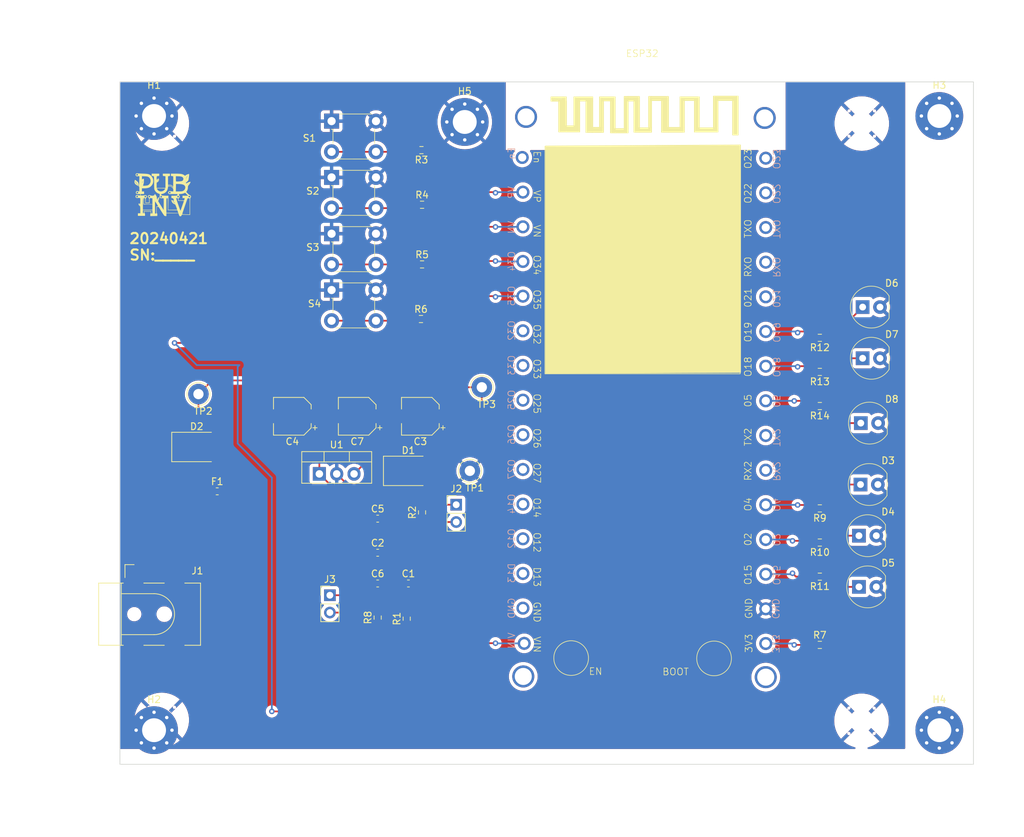
<source format=kicad_pcb>
(kicad_pcb (version 20221018) (generator pcbnew)
  (title_block (title "Esp32-6leds-4switches-2pj-circuit") (date "2024-04-14") (rev "V2") (company "Public Invention Supervision") (comment 1 "Coordinator: Robert Read") (comment 2 "Mentor: Forest Lee Ereckson") (comment 3 "Done by: Nagham Kheir"))
  (layers (0 "F.Cu" signal) (31 "B.Cu" signal) (34 "B.Paste" user) (35 "F.Paste" user) (36 "B.SilkS" user "B.Silkscreen") (37 "F.SilkS" user "F.Silkscreen") (38 "B.Mask" user) (39 "F.Mask" user) (44 "Edge.Cuts" user))
  (net 0 "")
  (net 1 "GND")
  (net 2 "Vin")
  (net 3 "+5V")
  (net 4 "Net-(D1-A)")
  (net 5 "Net-(D2-A)")
  (net 6 "Net-(D3-Pad1)")
  (net 7 "Net-(D4-Pad1)")
  (net 8 "Net-(D5-Pad1)")
  (net 9 "Net-(D6-Pad1)")
  (net 10 "Net-(D7-Pad1)")
  (net 11 "Net-(D8-Pad1)")
  (net 12 "ControllerVcc")
  (net 13 "VBus")
  (net 16 "Net-(F1-Pad2)")
  (net 17 "Net-(ESP1-O4)")
  (net 18 "Net-(ESP1-O2)")
  (net 19 "Net-(ESP1-O15)")
  (net 20 "Net-(ESP1-O19)")
  (net 21 "Net-(ESP1-O18)")
  (net 22 "Net-(ESP1-O5)")
  (net 23 "Net-(ESP1-VP)")
  (net 24 "+3.3V")
  (net 25 "Net-(ESP1-VN)")
  (net 26 "Net-(ESP1-O34)")
  (net 27 "Net-(ESP1-O35)")
  (net 28 "Net-(ESP1-3V3)")
  (footprint "Resistor_SMD:R_0603_1608Metric_Pad0.98x0.95mm_HandSolder" (layer "F.Cu") (at 152.5 97.5 180)
    (fp_text reference "R14")
    (fp_text value "R")
  )
  (footprint "PubInv_KiCad_PCB:LED_5mm_Radial" (layer "F.Cu") (at 161.31 83)
    (fp_text reference "D6")
    (fp_text value "LED_T1.75_CLEAR_RED")
  )
  (footprint "Resistor_SMD:R_0603_1608Metric_Pad0.98x0.95mm_HandSolder" (layer "F.Cu") (at 94.25 113.0875 90)
    (fp_text reference "R2")
    (fp_text value "R")
  )
  (footprint "PubInv_KiCad_PCB:Switch_Tactile_THT_6x6mm" (layer "F.Cu") (at 81 64)
    (fp_text reference "S2")
    (fp_text value "SWITCH_TACTILE_SPST-NO_0.05A_24V")
  )
  (footprint "PubInv_KiCad_PCB:MountingHole_3.5mm_Pad_Via" (layer "F.Cu") (at 55 55)
    (fp_text reference "H1")
    (fp_text value "MountingHole_Pad_3.5mm")
  )
  (footprint "esp32 15 pin Library:esp32" (layer "F.Cu") (at 126.4959 46.345)
    (fp_text reference "ESP32")
    (fp_text value "~")
  )
  (footprint "PubInv_KiCad_PCB:MountingHole_3.5mm_Pad_Via" (layer "F.Cu") (at 100.5 55.875)
    (fp_text reference "H5")
    (fp_text value "MountingHole_Pad_3.5mm")
  )
  (footprint "Diode_SMD:D_SMB" (layer "F.Cu") (at 61.25 103.5)
    (fp_text reference "D2")
    (fp_text value "D_Schottky")
  )
  (footprint "Resistor_SMD:R_0603_1608Metric_Pad0.98x0.95mm_HandSolder" (layer "F.Cu") (at 87.75 128.5 90)
    (fp_text reference "R8")
    (fp_text value "R")
  )
  (footprint "Resistor_SMD:R_0603_1608Metric_Pad0.98x0.95mm_HandSolder" (layer "F.Cu") (at 152.5 87.5 180)
    (fp_text reference "R12")
    (fp_text value "R")
  )
  (footprint "Connector_PinHeader_2.54mm:PinHeader_1x02_P2.54mm_Vertical" (layer "F.Cu") (at 99.25 111.96)
    (fp_text reference "J2")
    (fp_text value "0.100_2Pin")
  )
  (footprint "TestPoint:TestPoint_Loop_D2.54mm_Drill1.5mm_Beaded" (layer "F.Cu") (at 61.5 95.75)
    (fp_text reference "TP2")
    (fp_text value "TestPoint")
  )
  (footprint "PubInv_KiCad_PCB:MountingHole_3.5mm_Pad_Via" (layer "F.Cu") (at 55 145)
    (fp_text reference "H2")
    (fp_text value "MountingHole_Pad_3.5mm")
  )
  (footprint "Capacitor_SMD:C_0603_1608Metric_Pad1.08x0.95mm_HandSolder" (layer "F.Cu") (at 87.75 119)
    (fp_text reference "C2")
    (fp_text value "C")
  )
  (footprint "Capacitor_SMD:CP_Elec_5x5.4" (layer "F.Cu") (at 75.25 99 180)
    (fp_text reference "C4")
    (fp_text value "C_Polarized")
  )
  (footprint "Capacitor_SMD:CP_Elec_5x5.4" (layer "F.Cu") (at 94 99 180)
    (fp_text reference "C3")
    (fp_text value "C_Polarized")
  )
  (footprint "Fuse:Fuse_0603_1608Metric" (layer "F.Cu") (at 64.25 110)
    (fp_text reference "F1")
    (fp_text value "Polyfuse_Small")
  )
  (footprint "Resistor_SMD:R_0603_1608Metric_Pad0.98x0.95mm_HandSolder" (layer "F.Cu") (at 152.5 112.5 180)
    (fp_text reference "R9")
    (fp_text value "R")
  )
  (footprint "Resistor_SMD:R_0603_1608Metric_Pad0.98x0.95mm_HandSolder" (layer "F.Cu") (at 152.5 117.5 180)
    (fp_text reference "R10")
    (fp_text value "R")
  )
  (footprint "Resistor_SMD:R_0603_1608Metric_Pad0.98x0.95mm_HandSolder" (layer "F.Cu") (at 94.25 68)
    (fp_text reference "R4")
    (fp_text value "R")
  )
  (footprint "Capacitor_SMD:C_0603_1608Metric_Pad1.08x0.95mm_HandSolder" (layer "F.Cu") (at 92.25 123.5)
    (fp_text reference "C1")
    (fp_text value "C")
  )
  (footprint "Resistor_SMD:R_0603_1608Metric_Pad0.98x0.95mm_HandSolder" (layer "F.Cu") (at 94.1625 60 180)
    (fp_text reference "R3")
    (fp_text value "R")
  )
  (footprint "PubInv_KiCad_PCB:MountingHole_3.5mm_Pad_Via" (layer "F.Cu") (at 170 145)
    (fp_text reference "H4")
    (fp_text value "MountingHole_Pad_3.5mm")
  )
  (footprint "PubInv_KiCad_PCB:LED_5mm_Radial" (layer "F.Cu") (at 161 109)
    (fp_text reference "D3")
    (fp_text value "LED_T1.75_CLEAR_RED")
  )
  (footprint "PubInv_KiCad_PCB:Switch_Tactile_THT_6x6mm" (layer "F.Cu") (at 81 55.75)
    (fp_text reference "S1")
    (fp_text value "SWITCH_TACTILE_SPST-NO_0.05A_24V")
  )
  (footprint "Resistor_SMD:R_0603_1608Metric_Pad0.98x0.95mm_HandSolder" (layer "F.Cu") (at 92 128.6625 90)
    (fp_text reference "R1")
    (fp_text value "R")
  )
  (footprint "Connector_PinHeader_2.54mm:PinHeader_1x02_P2.54mm_Vertical" (layer "F.Cu") (at 80.75 125.225)
    (fp_text reference "J3")
    (fp_text value "0.100_2Pin")
  )
  (footprint "Capacitor_SMD:CP_Elec_5x5.4" (layer "F.Cu") (at 84.75 99 180)
    (fp_text reference "C7")
    (fp_text value "C_Polarized")
  )
  (footprint "Resistor_SMD:R_0603_1608Metric_Pad0.98x0.95mm_HandSolder" (layer "F.Cu") (at 152.5 132.5)
    (fp_text reference "R7")
    (fp_text value "R")
  )
  (footprint "PubInv_KiCad_PCB:LED_5mm_Radial" (layer "F.Cu") (at 160.77 124)
    (fp_text reference "D5")
    (fp_text value "LED_T1.75_CLEAR_RED")
  )
  (footprint "Resistor_SMD:R_0603_1608Metric_Pad0.98x0.95mm_HandSolder" (layer "F.Cu") (at 94.25 76.75)
    (fp_text reference "R5")
    (fp_text value "R")
  )
  (footprint "PubInv_KiCad_PCB:Switch_Tactile_THT_6x6mm" (layer "F.Cu") (at 81 72.25)
    (fp_text reference "S3")
    (fp_text value "SWITCH_TACTILE_SPST-NO_0.05A_24V")
  )
  (footprint "PubInv_KiCad_PCB:LED_5mm_Radial" (layer "F.Cu") (at 160.77 116.5)
    (fp_text reference "D4")
    (fp_text value "LED_T1.75_CLEAR_RED")
  )
  (footprint "PubInv_KiCad_PCB:BarrelJack_CLIFF_FC681465S_SMT_Horizontal" (layer "F.Cu") (at 55 128)
    (fp_text reference "J1")
    (fp_text value "Barrel_Jack_Switch_SMT")
  )
  (footprint "Capacitor_SMD:C_0603_1608Metric_Pad1.08x0.95mm_HandSolder" (layer "F.Cu") (at 87.75 123.5)
    (fp_text reference "C6")
    (fp_text value "C")
  )
  (footprint "Resistor_SMD:R_0603_1608Metric_Pad0.98x0.95mm_HandSolder" (layer "F.Cu") (at 94.0875 84.75)
    (fp_text reference "R6")
    (fp_text value "R")
  )
  (footprint "Capacitor_SMD:C_0603_1608Metric_Pad1.08x0.95mm_HandSolder" (layer "F.Cu") (at 87.75 114)
    (fp_text reference "C5")
    (fp_text value "C")
  )
  (footprint "PubInv_KiCad_PCB:LED_5mm_Radial" (layer "F.Cu") (at 161.31 90.5)
    (fp_text reference "D7")
    (fp_text value "LED_T1.75_CLEAR_RED")
  )
  (footprint "Resistor_SMD:R_0603_1608Metric_Pad0.98x0.95mm_HandSolder" (layer "F.Cu") (at 152.5 122.5 180)
    (fp_text reference "R11")
    (fp_text value "R")
  )
  (footprint "Package_TO_SOT_THT:TO-220-3_Vertical" (layer "F.Cu") (at 79.21 107.445)
    (fp_text reference "U1")
    (fp_text value "LM7805_TO220")
  )
  (footprint "PubInv_KiCad_PCB:Logo_PI_BandW_70percent_10x10" (layer "F.Cu") (at 56.25 66.75)
    (fp_text reference "G***" hide)
    (fp_text value "LOGO" hide)
  )
  (footprint "Diode_SMD:D_SMB" (layer "F.Cu") (at 92.25 107)
    (fp_text reference "D1")
    (fp_text value "D_Schottky")
  )
  (footprint "Resistor_SMD:R_0603_1608Metric_Pad0.98x0.95mm_HandSolder" (layer "F.Cu") (at 152.5 92.5 180)
    (fp_text reference "R13")
    (fp_text value "R")
  )
  (footprint "PubInv_KiCad_PCB:Switch_Tactile_THT_6x6mm" (layer "F.Cu") (at 81 80.5)
    (fp_text reference "S4")
    (fp_text value "SWITCH_TACTILE_SPST-NO_0.05A_24V")
  )
  (footprint "TestPoint:TestPoint_Loop_D2.54mm_Drill1.5mm_Beaded" (layer "F.Cu") (at 103 94.75)
    (fp_text reference "TP3")
    (fp_text value "TestPoint")
  )
  (footprint "PubInv_KiCad_PCB:LED_5mm_Radial" (layer "F.Cu") (at 161.04 100)
    (fp_text reference "D8")
    (fp_text value "LED_T1.75_CLEAR_RED")
  )
  (footprint "TestPoint:TestPoint_Loop_D2.54mm_Drill1.5mm_Beaded" (layer "F.Cu") (at 101.25 107)
    (fp_text reference "TP1")
    (fp_text value "TestPoint")
  )
  (footprint "PubInv_KiCad_PCB:MountingHole_3.5mm_Pad_Via" (layer "F.Cu") (at 170 55)
    (fp_text reference "H3")
    (fp_text value "MountingHole_Pad_3.5mm")
  )
  (gr_rect (start 50 50) (end 175 150) (stroke (width 0.1)) (fill none) (layer "Edge.Cuts"))
  (gr_text "20240421\nSN:_____" (at 51.25 76.25) (layer "F.SilkS") (effects (font (size 1.5 1.5) (thickness 0.3) bold) (justify left bottom)))
  (segment (start 99 104.75) (end 101.25 107) (width 0.25) (layer "F.Cu") (net 1))
  (segment (start 88.25 106.136827) (end 88.25 104.75) (width 0.25) (layer "F.Cu") (net 1))
  (segment (start 87.5 106.886827) (end 88.25 106.136827) (width 0.25) (layer "F.Cu") (net 1))
  (segment (start 87.5 110.5) (end 87.5 106.886827) (width 0.25) (layer "F.Cu") (net 1))
  (segment (start 81.75 107.445) (end 84.805 110.5) (width 0.25) (layer "F.Cu") (net 1))
  (segment (start 88.25 104.75) (end 99 104.75) (width 0.25) (layer "F.Cu") (net 1))
  (segment (start 84.805 110.5) (end 87.5 110.5) (width 0.25) (layer "F.Cu") (net 1))
  (segment (start 85.765 114) (end 79.21 107.445) (width 0.25) (layer "F.Cu") (net 2))
  (segment (start 77.45 99) (end 79.21 100.76) (width 0.25) (layer "F.Cu") (net 2))
  (segment (start 77.45 94.7) (end 77.45 99) (width 0.25) (layer "F.Cu") (net 2))
  (segment (start 90.1 110.7875) (end 86.8875 114) (width 0.25) (layer "F.Cu") (net 2))
  (segment (start 86.8875 114) (end 85.765 114) (width 0.25) (layer "F.Cu") (net 2))
  (segment (start 76.5 93.75) (end 77.45 94.7) (width 0.25) (layer "F.Cu") (net 2))
  (segment (start 61.5 101.1) (end 59.1 103.5) (width 0.25) (layer "F.Cu") (net 2))
  (segment (start 61.5 95.75) (end 61.5 101.1) (width 0.25) (layer "F.Cu") (net 2))
  (segment (start 90.1 107) (end 90.1 110.7875) (width 0.25) (layer "F.Cu") (net 2))
  (segment (start 79.21 100.76) (end 79.21 107.445) (width 0.25) (layer "F.Cu") (net 2))
  (segment (start 63.5 93.75) (end 76.5 93.75) (width 0.25) (layer "F.Cu") (net 2))
  (segment (start 61.5 95.75) (end 63.5 93.75) (width 0.25) (layer "F.Cu") (net 2))
  (segment (start 104 103.75) (end 103 102.75) (width 0.25) (layer "F.Cu") (net 3))
  (segment (start 104 132.25) (end 104.027 132.277) (width 0.25) (layer "F.Cu") (net 3))
  (segment (start 103 102.75) (end 102.5 103.25) (width 0.25) (layer "F.Cu") (net 3))
  (segment (start 103 102.75) (end 103 94.75) (width 0.25) (layer "F.Cu") (net 3))
  (segment (start 103 94.75) (end 100.45 94.75) (width 0.25) (layer "F.Cu") (net 3))
  (segment (start 91.3875 123.5) (end 91.3875 127.1375) (width 0.25) (layer "F.Cu") (net 3))
  (segment (start 104 121.5) (end 104 132.25) (width 0.25) (layer "F.Cu") (net 3))
  (segment (start 104.054 132.25) (end 105 132.25) (width 0.25) (layer "F.Cu") (net 3))
  (segment (start 88.8875 121.5) (end 104 121.5) (width 0.25) (layer "F.Cu") (net 3))
  (segment (start 102.5 103.25) (end 88.485 103.25) (width 0.25) (layer "F.Cu") (net 3))
  (segment (start 91.2 94.75) (end 86.95 99) (width 0.25) (layer "F.Cu") (net 3))
  (segment (start 100.45 94.75) (end 96.2 99) (width 0.25) (layer "F.Cu") (net 3))
  (segment (start 85.1625 125.225) (end 86.8875 123.5) (width 0.25) (layer "F.Cu") (net 3))
  (segment (start 87.75 127.5875) (end 91.8375 127.5875) (width 0.25) (layer "F.Cu") (net 3))
  (segment (start 84.29 107.445) (end 88.485 103.25) (width 0.25) (layer "F.Cu") (net 3))
  (segment (start 104.027 132.277) (end 104.054 132.25) (width 0.25) (layer "F.Cu") (net 3))
  (segment (start 86.8875 123.5) (end 87.75 124.3625) (width 0.25) (layer "F.Cu") (net 3))
  (segment (start 87.75 124.3625) (end 87.75 127.5875) (width 0.25) (layer "F.Cu") (net 3))
  (segment (start 86.8875 123.5) (end 88.8875 121.5) (width 0.25) (layer "F.Cu") (net 3))
  (segment (start 100.45 94.75) (end 91.2 94.75) (width 0.25) (layer "F.Cu") (net 3))
  (segment (start 80.75 125.225) (end 85.1625 125.225) (width 0.25) (layer "F.Cu") (net 3))
  (segment (start 92 127.75) (end 92 129.575) (width 0.25) (layer "F.Cu") (net 3))
  (segment (start 91.3875 127.1375) (end 92 127.75) (width 0.25) (layer "F.Cu") (net 3))
  (segment (start 104 121.5) (end 104 103.75) (width 0.25) (layer "F.Cu") (net 3))
  (segment (start 91.8375 127.5875) (end 92 127.75) (width 0.25) (layer "F.Cu") (net 3))
  (via (at 105 132.25) (size 0.8) (drill 0.4) (layers "F.Cu" "B.Cu") (net 3))
  (segment (start 109.2107 132.277) (end 105.277 132.277) (width 0.25) (layer "B.Cu") (net 3))
  (segment (start 105.277 132.277) (end 105 132.25) (width 0.25) (layer "B.Cu") (net 3))
  (segment (start 105 132.25) (end 105.25 132.25) (width 0.25) (layer "B.Cu") (net 3))
  (segment (start 94.25 112.175) (end 94.465 111.96) (width 0.25) (layer "F.Cu") (net 4))
  (segment (start 94.465 111.96) (end 99.25 111.96) (width 0.25) (layer "F.Cu") (net 4))
  (segment (start 94.4 107) (end 94.4 112.025) (width 0.25) (layer "F.Cu") (net 4))
  (segment (start 94.4 112.025) (end 94.25 112.175) (width 0.25) (layer "F.Cu") (net 4))
  (segment (start 63.4625 103.5625) (end 63.4625 110) (width 0.25) (layer "F.Cu") (net 5))
  (segment (start 63.4 103.5) (end 63.4625 103.5625) (width 0.25) (layer "F.Cu") (net 5))
  (segment (start 156.9125 109) (end 158.46 109) (width 0.25) (layer "F.Cu") (net 6))
  (segment (start 153.4125 112.5) (end 156.9125 109) (width 0.25) (layer "F.Cu") (net 6))
  (segment (start 154.4125 116.5) (end 158.23 116.5) (width 0.25) (layer "F.Cu") (net 7))
  (segment (start 153.4125 117.5) (end 154.4125 116.5) (width 0.25) (layer "F.Cu") (net 7))
  (segment (start 154.9125 124) (end 153.4125 122.5) (width 0.25) (layer "F.Cu") (net 8))
  (segment (start 158.23 124) (end 154.9125 124) (width 0.25) (layer "F.Cu") (net 8))
  (segment (start 154.27 87.5) (end 158.77 83) (width 0.25) (layer "F.Cu") (net 9))
  (segment (start 153.4125 87.5) (end 154.27 87.5) (width 0.25) (layer "F.Cu") (net 9))
  (segment (start 155.4125 90.5) (end 158.77 90.5) (width 0.25) (layer "F.Cu") (net 10))
  (segment (start 153.4125 92.5) (end 155.4125 90.5) (width 0.25) (layer "F.Cu") (net 10))
  (segment (start 155.9125 100) (end 158.5 100) (width 0.25) (layer "F.Cu") (net 11))
  (segment (start 153.4125 97.5) (end 155.9125 100) (width 0.25) (layer "F.Cu") (net 11))
  (segment (start 94.25 114) (end 94.75 114.5) (width 0.25) (layer "F.Cu") (net 12))
  (segment (start 94.75 114.5) (end 99.25 114.5) (width 0.25) (layer "F.Cu") (net 12))
  (segment (start 80.75 127.765) (end 86.1025 127.765) (width 0.25) (layer "F.Cu") (net 13))
  (segment (start 86.1025 127.765) (end 87.75 129.4125) (width 0.25) (layer "F.Cu") (net 13))
  (segment (start 58.25 122.5) (end 58 122.5) (width 0.25) (layer "F.Cu") (net 16))
  (segment (start 65.25 110.2125) (end 65.25 115.5) (width 0.25) (layer "F.Cu") (net 16))
  (segment (start 65.0375 110) (end 65.25 110.2125) (width 0.25) (layer "F.Cu") (net 16))
  (segment (start 151.0661 111.9786) (end 151.5875 112.5) (width 0.25) (layer "F.Cu") (net 17))
  (segment (start 151.0661 111.9786) (end 151.0447 112) (width 0.25) (layer "F.Cu") (net 17))
  (segment (start 151.0447 112) (end 149.25 112) (width 0.25) (layer "F.Cu") (net 17))
  (via (at 149.25 112) (size 0.8) (drill 0.4) (layers "F.Cu" "B.Cu") (net 17))
  (segment (start 149.2286 111.9786) (end 149.25 112) (width 0.25) (layer "B.Cu") (net 17))
  (segment (start 144.5807 111.9786) (end 149.2286 111.9786) (width 0.25) (layer "B.Cu") (net 17))
  (segment (start 151.1461 117.0586) (end 151.5875 117.5) (width 0.25) (layer "F.Cu") (net 18))
  (segment (start 151.1461 117.0586) (end 150.9547 117.25) (width 0.25) (layer "F.Cu") (net 18))
  (segment (start 150.9547 117.25) (end 148.5 117.25) (width 0.25) (layer "F.Cu") (net 18))
  (via (at 148.5 117.25) (size 0.8) (drill 0.4) (layers "F.Cu" "B.Cu") (net 18))
  (segment (start 148.3086 117.0586) (end 148.5 117.25) (width 0.25) (layer "B.Cu") (net 18))
  (segment (start 144.5807 117.0586) (end 148.3086 117.0586) (width 0.25) (layer "B.Cu") (net 18))
  (segment (start 149 122.5) (end 148.5 122) (width 0.25) (layer "F.Cu") (net 19))
  (segment (start 151.5875 122.5) (end 149 122.5) (width 0.25) (layer "F.Cu") (net 19))
  (via (at 148.5 122) (size 0.8) (drill 0.4) (layers "F.Cu" "B.Cu") (net 19))
  (segment (start 148.3614 122.1386) (end 148.5 122) (width 0.25) (layer "B.Cu") (net 19))
  (segment (start 144.5807 122.1386) (end 148.3614 122.1386) (width 0.25) (layer "B.Cu") (net 19))
  (segment (start 149.4214 86.5786) (end 149.25 86.75) (width 0.25) (layer "F.Cu") (net 20))
  (segment (start 150.6661 86.5786) (end 149.4214 86.5786) (width 0.25) (layer "F.Cu") (net 20))
  (segment (start 150.6661 86.5786) (end 151.5875 87.5) (width 0.25) (layer "F.Cu") (net 20))
  (via (at 149.25 86.75) (size 0.8) (drill 0.4) (layers "F.Cu" "B.Cu") (net 20))
  (segment (start 144.5807 86.5786) (end 149.0786 86.5786) (width 0.25) (layer "B.Cu") (net 20))
  (segment (start 149.0786 86.5786) (end 149.25 86.75) (width 0.25) (layer "B.Cu") (net 20))
  (segment (start 149.3414 91.6586) (end 149.25 91.75) (width 0.25) (layer "F.Cu") (net 21))
  (segment (start 150.7461 91.6586) (end 151.5875 92.5) (width 0.25) (layer "F.Cu") (net 21))
  (segment (start 150.7461 91.6586) (end 149.3414 91.6586) (width 0.25) (layer "F.Cu") (net 21))
  (via (at 149.25 91.75) (size 0.8) (drill 0.4) (layers "F.Cu" "B.Cu") (net 21))
  (segment (start 149.1586 91.6586) (end 149.25 91.75) (width 0.25) (layer "B.Cu") (net 21))
  (segment (start 144.5807 91.6586) (end 149.1586 91.6586) (width 0.25) (layer "B.Cu") (net 21))
  (segment (start 150.8261 96.7386) (end 151.5875 97.5) (width 0.25) (layer "F.Cu") (net 22))
  (segment (start 148.7614 96.7386) (end 148.75 96.75) (width 0.25) (layer "F.Cu") (net 22))
  (segment (start 150.8261 96.7386) (end 148.7614 96.7386) (width 0.25) (layer "F.Cu") (net 22))
  (via (at 148.75 96.75) (size 0.8) (drill 0.4) (layers "F.Cu" "B.Cu") (net 22))
  (segment (start 148.7386 96.7386) (end 148.75 96.75) (width 0.25) (layer "B.Cu") (net 22))
  (segment (start 144.5807 96.7386) (end 148.7386 96.7386) (width 0.25) (layer "B.Cu") (net 22))
  (segment (start 95.075 56.575) (end 95.075 60) (width 0.25) (layer "F.Cu") (net 23))
  (segment (start 90.5 60) (end 90.5 57) (width 0.25) (layer "F.Cu") (net 23))
  (segment (start 90.25 60.25) (end 90.5 60) (width 0.25) (layer "F.Cu") (net 23))
  (segment (start 104.907 66.157) (end 105 66.25) (width 0.25) (layer "F.Cu") (net 23))
  (segment (start 95.075 60) (end 101.232 66.157) (width 0.25) (layer "F.Cu") (net 23))
  (segment (start 91.75 55.75) (end 94.25 55.75) (width 0.25) (layer "F.Cu") (net 23))
  (segment (start 90.5 57) (end 91.75 55.75) (width 0.25) (layer "F.Cu") (net 23))
  (segment (start 87.5 60.25) (end 90.25 60.25) (width 0.25) (layer "F.Cu") (net 23))
  (segment (start 81 60.25) (end 87.5 60.25) (width 0.25) (layer "F.Cu") (net 23))
  (segment (start 101.232 66.157) (end 104.907 66.157) (width 0.25) (layer "F.Cu") (net 23))
  (segment (start 94.25 55.75) (end 95.075 56.575) (width 0.25) (layer "F.Cu") (net 23))
  (via (at 105 66.25) (size 0.8) (drill 0.4) (layers "F.Cu" "B.Cu") (net 23))
  (segment (start 105.093 66.157) (end 105 66.25) (width 0.25) (layer "B.Cu") (net 23))
  (segment (start 109.0207 66.157) (end 105.093 66.157) (width 0.25) (layer "B.Cu") (net 23))
  (segment (start 66 88.25) (end 93 88.25) (width 0.25) (layer "F.Cu") (net 24))
  (segment (start 93.25 68.0875) (end 93.3375 68) (width 0.25) (layer "F.Cu") (net 24))
  (segment (start 68.5 78.5) (end 68.5 71.5) (width 0.25) (layer "F.Cu") (net 24))
  (segment (start 92.75 62.25) (end 93.25 61.75) (width 0.25) (layer "F.Cu") (net 24))
  (segment (start 66 80.75) (end 68.25 78.5) (width 0.25) (layer "F.Cu") (net 24))
  (segment (start 147.75 142.25) (end 153.4125 136.5875) (width 0.25) (layer "F.Cu") (net 24))
  (segment (start 68.5 78.5) (end 93 78.5) (width 0.25) (layer "F.Cu") (net 24))
  (segment (start 93.25 61.75) (end 93.25 60) (width 0.25) (layer "F.Cu") (net 24))
  (segment (start 68.25 78.5) (end 68.5 78.5) (width 0.25) (layer "F.Cu") (net 24))
  (segment (start 93 88.25) (end 93 84.925) (width 0.25) (layer "F.Cu") (net 24))
  (segment (start 69.75 70.25) (end 93.25 70.25) (width 0.25) (layer "F.Cu") (net 24))
  (segment (start 69.75 70.25) (end 69.75 63.5) (width 0.25) (layer "F.Cu") (net 24))
  (segment (start 68.5 71.5) (end 69.75 70.25) (width 0.25) (layer "F.Cu") (net 24))
  (segment (start 93 77.0875) (end 93.3375 76.75) (width 0.25) (layer "F.Cu") (net 24))
  (segment (start 72.25 142.25) (end 147.75 142.25) (width 0.25) (layer "F.Cu") (net 24))
  (segment (start 93 84.925) (end 93.175 84.75) (width 0.25) (layer "F.Cu") (net 24))
  (segment (start 69.75 63.5) (end 71 62.25) (width 0.25) (layer "F.Cu") (net 24))
  (segment (start 66 88.25) (end 66 80.75) (width 0.25) (layer "F.Cu") (net 24))
  (segment (start 153.4125 136.5875) (end 153.4125 132.5) (width 0.25) (layer "F.Cu") (net 24))
  (segment (start 71 62.25) (end 92.75 62.25) (width 0.25) (layer "F.Cu") (net 24))
  (segment (start 66 88.25) (end 58 88.25) (width 0.25) (layer "F.Cu") (net 24))
  (segment (start 93 78.5) (end 93 77.0875) (width 0.25) (layer "F.Cu") (net 24))
  (segment (start 93.25 70.25) (end 93.25 68.0875) (width 0.25) (layer "F.Cu") (net 24))
  (via (at 58 88.25) (size 0.8) (drill 0.4) (layers "F.Cu" "B.Cu") (net 24))
  (via (at 72.25 142.25) (size 0.8) (drill 0.4) (layers "F.Cu" "B.Cu") (net 24))
  (segment (start 67.25 103) (end 67.25 91.75) (width 0.25) (layer "B.Cu") (net 24))
  (segment (start 67.5 91.5) (end 61.25 91.5) (width 0.25) (layer "B.Cu") (net 24))
  (segment (start 61.25 91.5) (end 58 88.25) (width 0.25) (layer "B.Cu") (net 24))
  (segment (start 67.25 91.75) (end 67.5 91.5) (width 0.25) (layer "B.Cu") (net 24))
  (segment (start 72.25 113.75) (end 72.25 108) (width 0.25) (layer "B.Cu") (net 24))
  (segment (start 72.25 113.75) (end 72.25 142) (width 0.25) (layer "B.Cu") (net 24))
  (segment (start 72.25 108) (end 67.25 103) (width 0.25) (layer "B.Cu") (net 24))
  (segment (start 81 68.5) (end 87.5 68.5) (width 0.25) (layer "F.Cu") (net 25))
  (segment (start 104.987 71.237) (end 105 71.25) (width 0.25) (layer "F.Cu") (net 25))
  (segment (start 95 65) (end 95 67.8375) (width 0.25) (layer "F.Cu") (net 25))
  (segment (start 90.75 68.5) (end 90.75 65.5) (width 0.25) (layer "F.Cu") (net 25))
  (segment (start 98.3995 71.237) (end 104.987 71.237) (width 0.25) (layer "F.Cu") (net 25))
  (segment (start 91.25 65) (end 95 65) (width 0.25) (layer "F.Cu") (net 25))
  (segment (start 95.1625 68) (end 98.3995 71.237) (width 0.25) (layer "F.Cu") (net 25))
  (segment (start 95 67.8375) (end 95.1625 68) (width 0.25) (layer "F.Cu") (net 25))
  (segment (start 90.75 65.5) (end 91.25 65) (width 0.25) (layer "F.Cu") (net 25))
  (segment (start 87.5 68.5) (end 90.75 68.5) (width 0.25) (layer "F.Cu") (net 25))
  (via (at 105 71.25) (size 0.8) (drill 0.4) (layers "F.Cu" "B.Cu") (net 25))
  (segment (start 105.013 71.237) (end 105 71.25) (width 0.25) (layer "B.Cu") (net 25))
  (segment (start 109.0207 71.237) (end 105.013 71.237) (width 0.25) (layer "B.Cu") (net 25))
  (segment (start 90.5 76.75) (end 90.5 74.75) (width 0.25) (layer "F.Cu") (net 26))
  (segment (start 95.6625 76.25) (end 105 76.25) (width 0.25) (layer "F.Cu") (net 26))
  (segment (start 95.1625 76.75) (end 95.6625 76.25) (width 0.25) (layer "F.Cu") (net 26))
  (segment (start 91.25 74) (end 95.25 74) (width 0.25) (layer "F.Cu") (net 26))
  (segment (start 81 76.75) (end 87.5 76.75) (width 0.25) (layer "F.Cu") (net 26))
  (segment (start 95.25 74) (end 95.25 76.6625) (width 0.25) (layer "F.Cu") (net 26))
  (segment (start 87.5 76.75) (end 90.5 76.75) (width 0.25) (layer "F.Cu") (net 26))
  (segment (start 90.5 74.75) (end 91.25 74) (width 0.25) (layer "F.Cu") (net 26))
  (segment (start 95.25 76.6625) (end 95.1625 76.75) (width 0.25) (layer "F.Cu") (net 26))
  (via (at 105 76.25) (size 0.8) (drill 0.4) (layers "F.Cu" "B.Cu") (net 26))
  (segment (start 109.0207 76.317) (end 105.067 76.317) (width 0.25) (layer "B.Cu") (net 26))
  (segment (start 105.067 76.317) (end 105 76.25) (width 0.25) (layer "B.Cu") (net 26))
  (segment (start 81 85) (end 87.5 85) (width 0.25) (layer "F.Cu") (net 27))
  (segment (start 91.5 82) (end 95 82) (width 0.25) (layer "F.Cu") (net 27))
  (segment (start 95 84.75) (end 98.353 81.397) (width 0.25) (layer "F.Cu") (net 27))
  (segment (start 87.5 85) (end 90.75 85) (width 0.25) (layer "F.Cu") (net 27))
  (segment (start 98.353 81.397) (end 104.897 81.397) (width 0.25) (layer "F.Cu") (net 27))
  (segment (start 90.75 82.75) (end 91.5 82) (width 0.25) (layer "F.Cu") (net 27))
  (segment (start 104.897 81.397) (end 105 81.5) (width 0.25) (layer "F.Cu") (net 27))
  (segment (start 95 82) (end 95 84.75) (width 0.25) (layer "F.Cu") (net 27))
  (segment (start 90.75 85) (end 90.75 82.75) (width 0.25) (layer "F.Cu") (net 27))
  (via (at 105 81.5) (size 0.8) (drill 0.4) (layers "F.Cu" "B.Cu") (net 27))
  (segment (start 109.0207 81.397) (end 105.103 81.397) (width 0.25) (layer "B.Cu") (net 27))
  (segment (start 105.103 81.397) (end 105 81.5) (width 0.25) (layer "B.Cu") (net 27))
  (segment (start 151.5875 132.5) (end 148.75 132.5) (width 0.25) (layer "F.Cu") (net 28))
  (via (at 148.75 132.5) (size 0.8) (drill 0.4) (layers "F.Cu" "B.Cu") (net 28))
  (segment (start 144.5807 132.2986) (end 148.5486 132.2986) (width 0.25) (layer "B.Cu") (net 28))
  (segment (start 148.5486 132.2986) (end 148.75 132.5) (width 0.25) (layer "B.Cu") (net 28))
  (zone (net 1) (net_name "GND") (layer "F.Cu") (connect_pads (clearance 0.5)) (min_thickness 0.25) (fill yes (thermal_gap 0.5) (thermal_bridge_width 0.5))
    (polygon (pts (xy 165 50) (xy 50 50) (xy 50 147.75) (xy 165 147.75)))
  )
  (zone (net 0) (net_name "") (layers "F&B.Cu") (connect_pads (clearance 0)) (min_thickness 0.25)
    (keepout (tracks not_allowed) (vias allowed) (pads allowed) (copperpour not_allowed) (footprints allowed))
    (fill (thermal_gap 0.5) (thermal_bridge_width 0.5))
    (polygon (pts (xy 106.5 50) (xy 106.5 60) (xy 147.5 60) (xy 147.5 50)))
  )
  (zone (net 1) (net_name "GND") (layer "B.Cu") (priority 1) (connect_pads (clearance 0.5)) (min_thickness 0.25) (fill yes (thermal_gap 0.5) (thermal_bridge_width 0.5))
    (polygon (pts (xy 165 50) (xy 50 50) (xy 50 147.75) (xy 165 147.75)))
  )
)
</source>
